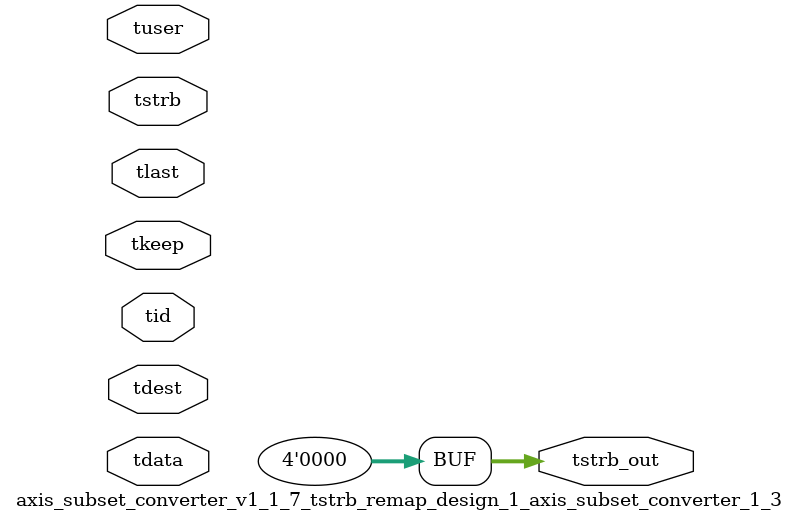
<source format=v>


`timescale 1ps/1ps

module axis_subset_converter_v1_1_7_tstrb_remap_design_1_axis_subset_converter_1_3 #
(
parameter C_S_AXIS_TDATA_WIDTH = 32,
parameter C_S_AXIS_TUSER_WIDTH = 0,
parameter C_S_AXIS_TID_WIDTH   = 0,
parameter C_S_AXIS_TDEST_WIDTH = 0,
parameter C_M_AXIS_TDATA_WIDTH = 32
)
(
input  [(C_S_AXIS_TDATA_WIDTH == 0 ? 1 : C_S_AXIS_TDATA_WIDTH)-1:0     ] tdata,
input  [(C_S_AXIS_TUSER_WIDTH == 0 ? 1 : C_S_AXIS_TUSER_WIDTH)-1:0     ] tuser,
input  [(C_S_AXIS_TID_WIDTH   == 0 ? 1 : C_S_AXIS_TID_WIDTH)-1:0       ] tid,
input  [(C_S_AXIS_TDEST_WIDTH == 0 ? 1 : C_S_AXIS_TDEST_WIDTH)-1:0     ] tdest,
input  [(C_S_AXIS_TDATA_WIDTH/8)-1:0 ] tkeep,
input  [(C_S_AXIS_TDATA_WIDTH/8)-1:0 ] tstrb,
input                                                                    tlast,
output [(C_M_AXIS_TDATA_WIDTH/8)-1:0 ] tstrb_out
);

assign tstrb_out = {1'b0};

endmodule


</source>
